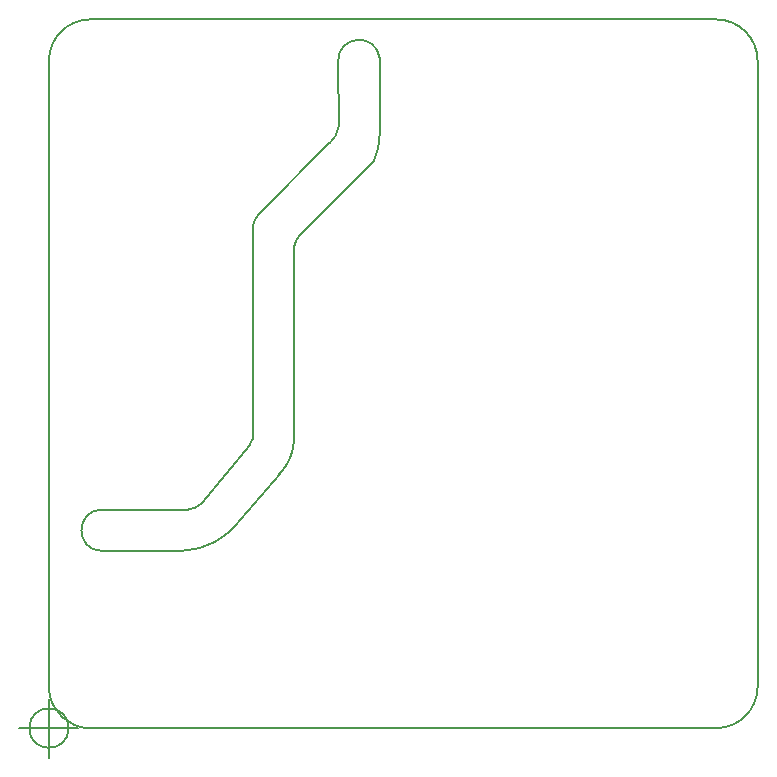
<source format=gbr>
G04 #@! TF.GenerationSoftware,KiCad,Pcbnew,(5.0.2)-1*
G04 #@! TF.CreationDate,2019-05-27T06:26:55-02:30*
G04 #@! TF.ProjectId,IndicatorLEDs_PCB,496e6469-6361-4746-9f72-4c4544735f50,rev?*
G04 #@! TF.SameCoordinates,Original*
G04 #@! TF.FileFunction,Profile,NP*
%FSLAX46Y46*%
G04 Gerber Fmt 4.6, Leading zero omitted, Abs format (unit mm)*
G04 Created by KiCad (PCBNEW (5.0.2)-1) date 5/27/2019 6:26:55 AM*
%MOMM*%
%LPD*%
G01*
G04 APERTURE LIST*
%ADD10C,0.200000*%
%ADD11C,0.150000*%
G04 APERTURE END LIST*
D10*
X74482234Y-93499999D02*
G75*
G02X77999999Y-93250001I1767766J-1D01*
G01*
X78005948Y-99750000D02*
G75*
G02X77499999Y-101999999I-5255948J0D01*
G01*
X74540788Y-99004532D02*
G75*
G02X73749999Y-100499999I-2290788J254532D01*
G01*
X54500000Y-135000000D02*
G75*
G02X54500000Y-131500000I0J1750000D01*
G01*
X66293178Y-132280841D02*
G75*
G02X61249999Y-134999999I-5293178J3780841D01*
G01*
X54500000Y-135000000D02*
X61250000Y-135000000D01*
X62973290Y-130968840D02*
G75*
G02X61749999Y-131499999I-1473290J1718840D01*
G01*
X70735318Y-125749136D02*
G75*
G02X69499999Y-128499999I-4235318J249136D01*
G01*
X66293177Y-132280841D02*
X69525000Y-128475000D01*
X67260751Y-125504300D02*
G75*
G02X66999999Y-125999999I-2510751J1004300D01*
G01*
X67250000Y-107500000D02*
G75*
G02X67750000Y-106500001I2249999J-500000D01*
G01*
X70750001Y-109250000D02*
G75*
G02X71250001Y-108250001I2249999J-500000D01*
G01*
X78000000Y-99750000D02*
X78000000Y-93250000D01*
X71250000Y-108250000D02*
X77500000Y-102000000D01*
X70750000Y-125750000D02*
X70750000Y-109250000D01*
X67275000Y-125500000D02*
X67250000Y-107500000D01*
X74550000Y-99000000D02*
X74500000Y-93500000D01*
X67750000Y-106500000D02*
X73750000Y-100500000D01*
X62975000Y-130975000D02*
X67000000Y-126000000D01*
X61250000Y-131500000D02*
X61750000Y-131500000D01*
X54500000Y-131500000D02*
X61250000Y-131500000D01*
X53499118Y-150008916D02*
G75*
G02X50000001Y-146749999I882J3508916D01*
G01*
X106500000Y-90000000D02*
G75*
G02X110000000Y-93500000I0J-3500000D01*
G01*
X50000000Y-93500000D02*
G75*
G02X53500000Y-90000000I3500000J0D01*
G01*
X110000000Y-146500000D02*
G75*
G02X106500000Y-150000000I-3500000J0D01*
G01*
X110000000Y-146500000D02*
X110000000Y-93500000D01*
X53500000Y-90000000D02*
X106500000Y-90000000D01*
X53500000Y-150000000D02*
X106500000Y-150000000D01*
X50000000Y-146750000D02*
X50000000Y-93500000D01*
D11*
X51666666Y-150000000D02*
G75*
G03X51666666Y-150000000I-1666666J0D01*
G01*
X47500000Y-150000000D02*
X52500000Y-150000000D01*
X50000000Y-147500000D02*
X50000000Y-152500000D01*
M02*

</source>
